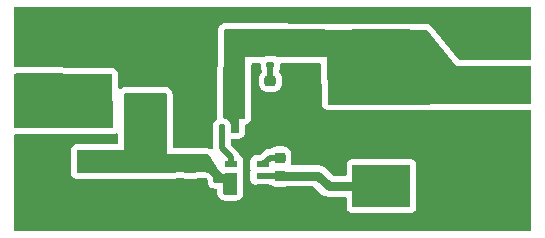
<source format=gbr>
%TF.GenerationSoftware,KiCad,Pcbnew,8.0.8*%
%TF.CreationDate,2025-06-16T12:41:12-07:00*%
%TF.ProjectId,lmr51635,6c6d7235-3136-4333-952e-6b696361645f,rev?*%
%TF.SameCoordinates,Original*%
%TF.FileFunction,Copper,L1,Top*%
%TF.FilePolarity,Positive*%
%FSLAX46Y46*%
G04 Gerber Fmt 4.6, Leading zero omitted, Abs format (unit mm)*
G04 Created by KiCad (PCBNEW 8.0.8) date 2025-06-16 12:41:12*
%MOMM*%
%LPD*%
G01*
G04 APERTURE LIST*
G04 Aperture macros list*
%AMRoundRect*
0 Rectangle with rounded corners*
0 $1 Rounding radius*
0 $2 $3 $4 $5 $6 $7 $8 $9 X,Y pos of 4 corners*
0 Add a 4 corners polygon primitive as box body*
4,1,4,$2,$3,$4,$5,$6,$7,$8,$9,$2,$3,0*
0 Add four circle primitives for the rounded corners*
1,1,$1+$1,$2,$3*
1,1,$1+$1,$4,$5*
1,1,$1+$1,$6,$7*
1,1,$1+$1,$8,$9*
0 Add four rect primitives between the rounded corners*
20,1,$1+$1,$2,$3,$4,$5,0*
20,1,$1+$1,$4,$5,$6,$7,0*
20,1,$1+$1,$6,$7,$8,$9,0*
20,1,$1+$1,$8,$9,$2,$3,0*%
G04 Aperture macros list end*
%TA.AperFunction,ComponentPad*%
%ADD10R,1.000000X1.000000*%
%TD*%
%TA.AperFunction,SMDPad,CuDef*%
%ADD11RoundRect,0.135000X-0.135000X-0.185000X0.135000X-0.185000X0.135000X0.185000X-0.135000X0.185000X0*%
%TD*%
%TA.AperFunction,SMDPad,CuDef*%
%ADD12RoundRect,0.250000X-0.650000X0.325000X-0.650000X-0.325000X0.650000X-0.325000X0.650000X0.325000X0*%
%TD*%
%TA.AperFunction,SMDPad,CuDef*%
%ADD13RoundRect,0.225000X-0.250000X0.225000X-0.250000X-0.225000X0.250000X-0.225000X0.250000X0.225000X0*%
%TD*%
%TA.AperFunction,SMDPad,CuDef*%
%ADD14R,1.100000X0.599999*%
%TD*%
%TA.AperFunction,SMDPad,CuDef*%
%ADD15RoundRect,0.250000X0.325000X0.650000X-0.325000X0.650000X-0.325000X-0.650000X0.325000X-0.650000X0*%
%TD*%
%TA.AperFunction,SMDPad,CuDef*%
%ADD16RoundRect,0.250000X1.000000X0.650000X-1.000000X0.650000X-1.000000X-0.650000X1.000000X-0.650000X0*%
%TD*%
%TA.AperFunction,ComponentPad*%
%ADD17C,0.700000*%
%TD*%
%TA.AperFunction,ComponentPad*%
%ADD18C,4.400000*%
%TD*%
%TA.AperFunction,SMDPad,CuDef*%
%ADD19RoundRect,0.218750X0.256250X-0.218750X0.256250X0.218750X-0.256250X0.218750X-0.256250X-0.218750X0*%
%TD*%
%TA.AperFunction,SMDPad,CuDef*%
%ADD20R,4.900000X3.550000*%
%TD*%
%TA.AperFunction,SMDPad,CuDef*%
%ADD21RoundRect,0.135000X-0.185000X0.135000X-0.185000X-0.135000X0.185000X-0.135000X0.185000X0.135000X0*%
%TD*%
%TA.AperFunction,SMDPad,CuDef*%
%ADD22RoundRect,0.135000X0.135000X0.185000X-0.135000X0.185000X-0.135000X-0.185000X0.135000X-0.185000X0*%
%TD*%
%TA.AperFunction,ViaPad*%
%ADD23C,0.600000*%
%TD*%
%TA.AperFunction,Conductor*%
%ADD24C,0.500000*%
%TD*%
%TA.AperFunction,Conductor*%
%ADD25C,0.200000*%
%TD*%
%TA.AperFunction,Conductor*%
%ADD26C,0.800000*%
%TD*%
G04 APERTURE END LIST*
D10*
%TO.P,,1,Pin_1*%
%TO.N,GND*%
X144880000Y-116490000D03*
%TD*%
D11*
%TO.P,R2,1*%
%TO.N,Net-(U2-FB)*%
X119270000Y-116000000D03*
%TO.P,R2,2*%
%TO.N,GND*%
X120290000Y-116000000D03*
%TD*%
D12*
%TO.P,C5,1*%
%TO.N,/vin_cap*%
X108150000Y-117925000D03*
%TO.P,C5,2*%
%TO.N,GND*%
X108150000Y-120875000D03*
%TD*%
D10*
%TO.P,,1,Pin_1*%
%TO.N,GND*%
X102260000Y-116410000D03*
%TD*%
D13*
%TO.P,C9,1*%
%TO.N,Net-(U2-CB)*%
X124200000Y-117275000D03*
%TO.P,C9,2*%
%TO.N,Net-(U2-SW)*%
X124200000Y-118825000D03*
%TD*%
D14*
%TO.P,U2,1,FB*%
%TO.N,Net-(U2-FB)*%
X120050013Y-117849999D03*
%TO.P,U2,2,EN*%
%TO.N,/vin_cap*%
X120050013Y-118800000D03*
%TO.P,U2,3,VIN*%
X120050013Y-119750001D03*
%TO.P,U2,4,GND*%
%TO.N,GND*%
X122749997Y-119750001D03*
%TO.P,U2,5,SW*%
%TO.N,Net-(U2-SW)*%
X122749997Y-118800000D03*
%TO.P,U2,6,CB*%
%TO.N,Net-(U2-CB)*%
X122749997Y-117849999D03*
%TD*%
D15*
%TO.P,C6,1*%
%TO.N,+10V*%
X120350000Y-112800000D03*
%TO.P,C6,2*%
%TO.N,GND*%
X117400000Y-112800000D03*
%TD*%
D16*
%TO.P,D1,1,K*%
%TO.N,/vin_cap*%
X112600000Y-113200000D03*
%TO.P,D1,2,A*%
%TO.N,VIN*%
X108600000Y-113200000D03*
%TD*%
D12*
%TO.P,C4,1*%
%TO.N,/vin_cap*%
X110800000Y-117925000D03*
%TO.P,C4,2*%
%TO.N,GND*%
X110800000Y-120875000D03*
%TD*%
D17*
%TO.P,H2,1,1*%
%TO.N,GND*%
X102350000Y-121000000D03*
X102833274Y-119833274D03*
X102833274Y-122166726D03*
X104000000Y-119350000D03*
D18*
X104000000Y-121000000D03*
D17*
X104000000Y-122650000D03*
X105166726Y-119833274D03*
X105166726Y-122166726D03*
X105650000Y-121000000D03*
%TD*%
D19*
%TO.P,D2,1,K*%
%TO.N,GND*%
X123400000Y-112375000D03*
%TO.P,D2,2,A*%
%TO.N,Net-(D2-A)*%
X123400000Y-110800000D03*
%TD*%
D15*
%TO.P,C8,1*%
%TO.N,+10V*%
X120350000Y-107600000D03*
%TO.P,C8,2*%
%TO.N,GND*%
X117400000Y-107600000D03*
%TD*%
D10*
%TO.P,,1,Pin_1*%
%TO.N,VIN*%
X102280000Y-111360000D03*
%TD*%
D15*
%TO.P,C7,1*%
%TO.N,+10V*%
X120350000Y-110200000D03*
%TO.P,C7,2*%
%TO.N,GND*%
X117400000Y-110200000D03*
%TD*%
D13*
%TO.P,C1,1*%
%TO.N,/vin_cap*%
X115750000Y-117925000D03*
%TO.P,C1,2*%
%TO.N,GND*%
X115750000Y-119475000D03*
%TD*%
D17*
%TO.P,H1,1,1*%
%TO.N,GND*%
X102350000Y-106850000D03*
X102833274Y-105683274D03*
X102833274Y-108016726D03*
X104000000Y-105200000D03*
D18*
X104000000Y-106850000D03*
D17*
X104000000Y-108500000D03*
X105166726Y-105683274D03*
X105166726Y-108016726D03*
X105650000Y-106850000D03*
%TD*%
D20*
%TO.P,L1,1,1*%
%TO.N,Net-(U2-SW)*%
X132800000Y-119700000D03*
%TO.P,L1,2,2*%
%TO.N,+10V*%
X132800000Y-108200000D03*
%TD*%
D13*
%TO.P,C2,1*%
%TO.N,/vin_cap*%
X117575000Y-117900000D03*
%TO.P,C2,2*%
%TO.N,GND*%
X117575000Y-119450000D03*
%TD*%
D21*
%TO.P,R3,1*%
%TO.N,+10V*%
X123400000Y-108380000D03*
%TO.P,R3,2*%
%TO.N,Net-(D2-A)*%
X123400000Y-109400000D03*
%TD*%
D10*
%TO.P,,1,Pin_1*%
%TO.N,+10V*%
X144900000Y-111480000D03*
%TD*%
D12*
%TO.P,C3,1*%
%TO.N,/vin_cap*%
X113350000Y-117925000D03*
%TO.P,C3,2*%
%TO.N,GND*%
X113350000Y-120875000D03*
%TD*%
D17*
%TO.P,H4,1,1*%
%TO.N,GND*%
X141350000Y-106800000D03*
X141833274Y-105633274D03*
X141833274Y-107966726D03*
X143000000Y-105150000D03*
D18*
X143000000Y-106800000D03*
D17*
X143000000Y-108450000D03*
X144166726Y-105633274D03*
X144166726Y-107966726D03*
X144650000Y-106800000D03*
%TD*%
D22*
%TO.P,R1,1*%
%TO.N,+10V*%
X120310000Y-114800000D03*
%TO.P,R1,2*%
%TO.N,Net-(U2-FB)*%
X119290000Y-114800000D03*
%TD*%
D17*
%TO.P,H3,1,1*%
%TO.N,GND*%
X141383274Y-121166726D03*
X141866548Y-120000000D03*
X141866548Y-122333452D03*
X143033274Y-119516726D03*
D18*
X143033274Y-121166726D03*
D17*
X143033274Y-122816726D03*
X144200000Y-120000000D03*
X144200000Y-122333452D03*
X144683274Y-121166726D03*
%TD*%
D23*
%TO.N,GND*%
X133450000Y-113970000D03*
X110330000Y-107250000D03*
X109480000Y-108980000D03*
X110330000Y-108140000D03*
X108570000Y-108960000D03*
X108570000Y-107230000D03*
X123620000Y-121330000D03*
X132510000Y-113990000D03*
X123620000Y-122220000D03*
X109480000Y-107250000D03*
X124470000Y-123060000D03*
X122710000Y-122200000D03*
X124470000Y-121330000D03*
X108570000Y-108120000D03*
X122710000Y-123040000D03*
X109480000Y-108140000D03*
X131500000Y-113990000D03*
X122710000Y-121310000D03*
X110330000Y-108980000D03*
X123620000Y-123060000D03*
X124470000Y-122220000D03*
%TD*%
D24*
%TO.N,Net-(U2-CB)*%
X122749997Y-117849999D02*
X123324996Y-117275000D01*
X123324996Y-117275000D02*
X124200000Y-117275000D01*
D25*
%TO.N,Net-(U2-SW)*%
X124150000Y-118800000D02*
X124160000Y-118810000D01*
D24*
X122749997Y-118800000D02*
X124150000Y-118800000D01*
D26*
X127460000Y-118810000D02*
X128350000Y-119700000D01*
X128350000Y-119700000D02*
X132800000Y-119700000D01*
X124160000Y-118810000D02*
X127460000Y-118810000D01*
D24*
%TO.N,Net-(D2-A)*%
X123400000Y-110800000D02*
X123400000Y-109400000D01*
%TO.N,Net-(U2-FB)*%
X120050013Y-117250013D02*
X120050013Y-117849999D01*
X119270000Y-116000000D02*
X119270000Y-114820000D01*
X119270000Y-116470000D02*
X120050013Y-117250013D01*
X119270000Y-116000000D02*
X119270000Y-116470000D01*
D25*
X119270000Y-114820000D02*
X119290000Y-114800000D01*
%TO.N,/vin_cap*%
X115775000Y-117900000D02*
X115750000Y-117925000D01*
%TD*%
%TA.AperFunction,Conductor*%
%TO.N,+10V*%
G36*
X136571210Y-106459794D02*
G01*
X136638178Y-106479712D01*
X136667051Y-106505647D01*
X139129998Y-109539999D01*
X139129999Y-109539998D01*
X139130000Y-109540000D01*
X142934955Y-109501806D01*
X142943610Y-109502024D01*
X143000000Y-109505436D01*
X143081787Y-109500488D01*
X143087959Y-109500271D01*
X145374258Y-109477322D01*
X145441489Y-109496332D01*
X145487772Y-109548674D01*
X145499500Y-109601315D01*
X145499500Y-112601281D01*
X145479815Y-112668320D01*
X145427011Y-112714075D01*
X145375896Y-112725280D01*
X128362544Y-112779608D01*
X128295442Y-112760138D01*
X128249519Y-112707480D01*
X128238162Y-112657469D01*
X128180000Y-108780000D01*
X124036940Y-108774004D01*
X123973998Y-108756736D01*
X123839393Y-108677131D01*
X123839388Y-108677129D01*
X123685208Y-108632335D01*
X123685202Y-108632334D01*
X123649181Y-108629500D01*
X123150830Y-108629500D01*
X123150808Y-108629501D01*
X123114794Y-108632335D01*
X122960611Y-108677129D01*
X122960606Y-108677131D01*
X122829113Y-108754896D01*
X122765813Y-108772164D01*
X121270000Y-108770000D01*
X121260237Y-113866238D01*
X121240424Y-113933239D01*
X121187532Y-113978893D01*
X121136237Y-113990000D01*
X120729999Y-113990000D01*
X120738500Y-115078182D01*
X120719340Y-115145374D01*
X120666895Y-115191540D01*
X120597816Y-115202023D01*
X120579911Y-115198228D01*
X120525205Y-115182335D01*
X120525202Y-115182334D01*
X120489188Y-115179500D01*
X120184347Y-115179500D01*
X120117308Y-115159815D01*
X120071553Y-115107011D01*
X120060639Y-115051616D01*
X120060500Y-115051616D01*
X120060499Y-115050908D01*
X120060443Y-115050619D01*
X120060497Y-115049214D01*
X120060500Y-115049181D01*
X120060499Y-114550820D01*
X120057665Y-114514796D01*
X120012869Y-114360607D01*
X119931135Y-114222402D01*
X119931133Y-114222400D01*
X119931130Y-114222396D01*
X119817603Y-114108869D01*
X119817595Y-114108863D01*
X119679393Y-114027131D01*
X119679388Y-114027129D01*
X119552775Y-113990345D01*
X119503496Y-113962598D01*
X119456191Y-113919155D01*
X119410639Y-113877321D01*
X119374578Y-113817477D01*
X119370519Y-113784825D01*
X119381126Y-112657469D01*
X119438840Y-106523261D01*
X119459155Y-106456411D01*
X119512387Y-106411155D01*
X119563266Y-106400430D01*
X136571210Y-106459794D01*
G37*
%TD.AperFunction*%
%TD*%
%TA.AperFunction,Conductor*%
%TO.N,GND*%
G36*
X122455681Y-109277214D02*
G01*
X122522690Y-109296996D01*
X122568369Y-109349866D01*
X122579500Y-109401213D01*
X122579500Y-109599169D01*
X122579501Y-109599191D01*
X122582335Y-109635205D01*
X122627129Y-109789388D01*
X122627131Y-109789393D01*
X122632232Y-109798018D01*
X122649500Y-109861139D01*
X122649500Y-110006966D01*
X122629815Y-110074005D01*
X122613181Y-110094647D01*
X122575719Y-110132108D01*
X122575716Y-110132112D01*
X122487455Y-110275204D01*
X122487451Y-110275213D01*
X122434564Y-110434815D01*
X122434564Y-110434816D01*
X122434563Y-110434816D01*
X122424500Y-110533318D01*
X122424500Y-111066681D01*
X122434563Y-111165183D01*
X122487450Y-111324784D01*
X122487455Y-111324795D01*
X122575716Y-111467887D01*
X122575719Y-111467891D01*
X122694608Y-111586780D01*
X122694612Y-111586783D01*
X122837704Y-111675044D01*
X122837707Y-111675045D01*
X122837713Y-111675049D01*
X122997315Y-111727936D01*
X123095826Y-111738000D01*
X123095831Y-111738000D01*
X123704169Y-111738000D01*
X123704174Y-111738000D01*
X123802685Y-111727936D01*
X123962287Y-111675049D01*
X124105391Y-111586781D01*
X124224281Y-111467891D01*
X124312549Y-111324787D01*
X124365436Y-111165185D01*
X124375500Y-111066674D01*
X124375500Y-110533326D01*
X124365436Y-110434815D01*
X124312549Y-110275213D01*
X124312545Y-110275207D01*
X124312544Y-110275204D01*
X124224283Y-110132112D01*
X124224280Y-110132108D01*
X124186819Y-110094647D01*
X124153334Y-110033324D01*
X124150500Y-110006966D01*
X124150500Y-109861139D01*
X124167768Y-109798018D01*
X124172869Y-109789393D01*
X124215750Y-109641795D01*
X124217664Y-109635208D01*
X124217664Y-109635206D01*
X124217665Y-109635204D01*
X124220500Y-109599181D01*
X124220499Y-109403947D01*
X124240183Y-109336909D01*
X124292987Y-109291154D01*
X124344674Y-109279948D01*
X127560037Y-109284602D01*
X127627047Y-109304384D01*
X127672726Y-109357254D01*
X127683843Y-109406742D01*
X127732718Y-112665047D01*
X127745212Y-112769404D01*
X127745215Y-112769422D01*
X127756568Y-112819419D01*
X127790372Y-112918938D01*
X127790373Y-112918940D01*
X127842486Y-112999464D01*
X127868544Y-113039728D01*
X127914467Y-113092386D01*
X127914471Y-113092390D01*
X128023510Y-113186264D01*
X128154578Y-113245615D01*
X128221680Y-113265085D01*
X128364158Y-113285105D01*
X128364165Y-113285104D01*
X128364166Y-113285105D01*
X145375104Y-113230785D01*
X145442206Y-113250255D01*
X145488129Y-113302913D01*
X145499500Y-113354784D01*
X145499500Y-123375500D01*
X145479815Y-123442539D01*
X145427011Y-123488294D01*
X145375500Y-123499500D01*
X101824500Y-123499500D01*
X101757461Y-123479815D01*
X101711706Y-123427011D01*
X101700500Y-123375500D01*
X101700500Y-115428055D01*
X101720185Y-115361016D01*
X101772989Y-115315261D01*
X101824371Y-115304055D01*
X103129824Y-115302702D01*
X109954479Y-115295630D01*
X110065949Y-115283068D01*
X110119286Y-115270950D01*
X110225254Y-115234107D01*
X110301655Y-115183106D01*
X110368341Y-115162258D01*
X110435713Y-115180772D01*
X110482380Y-115232771D01*
X110494500Y-115286239D01*
X110494500Y-115970500D01*
X110474815Y-116037539D01*
X110422011Y-116083294D01*
X110370500Y-116094500D01*
X107124000Y-116094500D01*
X107123991Y-116094500D01*
X107123990Y-116094501D01*
X107016549Y-116106052D01*
X107016537Y-116106054D01*
X106965027Y-116117260D01*
X106862502Y-116151383D01*
X106862496Y-116151386D01*
X106741462Y-116229171D01*
X106741451Y-116229179D01*
X106688659Y-116274923D01*
X106594433Y-116383664D01*
X106594430Y-116383668D01*
X106534664Y-116514534D01*
X106514976Y-116581582D01*
X106510902Y-116609919D01*
X106494500Y-116724000D01*
X106494500Y-118476000D01*
X106494501Y-118476009D01*
X106506052Y-118583450D01*
X106506054Y-118583462D01*
X106517260Y-118634972D01*
X106551383Y-118737497D01*
X106551386Y-118737503D01*
X106629171Y-118858537D01*
X106629179Y-118858548D01*
X106674923Y-118911340D01*
X106674926Y-118911343D01*
X106674930Y-118911347D01*
X106783664Y-119005567D01*
X106783667Y-119005568D01*
X106783668Y-119005569D01*
X106913971Y-119065078D01*
X106914541Y-119065338D01*
X106981580Y-119085023D01*
X106981584Y-119085024D01*
X107124000Y-119105500D01*
X107124003Y-119105500D01*
X115138071Y-119105500D01*
X115138073Y-119105500D01*
X115247489Y-119093516D01*
X115293694Y-119083272D01*
X115293693Y-119083271D01*
X115297361Y-119082458D01*
X115297431Y-119082443D01*
X115298654Y-119082172D01*
X115298655Y-119082173D01*
X115299672Y-119081948D01*
X115299678Y-119081945D01*
X115302869Y-119081240D01*
X115302977Y-119081213D01*
X115311215Y-119079386D01*
X115314738Y-119079623D01*
X115318026Y-119078534D01*
X115325967Y-119076344D01*
X115332874Y-119073615D01*
X115339272Y-119071494D01*
X115339307Y-119071484D01*
X115343492Y-119070096D01*
X115343497Y-119070096D01*
X115348508Y-119068435D01*
X115348507Y-119068434D01*
X115350305Y-119067838D01*
X115350306Y-119067839D01*
X115445501Y-119036293D01*
X115484505Y-119030000D01*
X116015494Y-119030000D01*
X116054497Y-119036294D01*
X116088119Y-119047435D01*
X116149694Y-119067839D01*
X116158608Y-119070793D01*
X116158684Y-119070817D01*
X116167154Y-119073624D01*
X116169213Y-119075050D01*
X116169822Y-119075185D01*
X116179676Y-119077902D01*
X116188791Y-119079390D01*
X116196906Y-119081189D01*
X116196907Y-119081189D01*
X116197571Y-119081336D01*
X116197599Y-119081343D01*
X116206307Y-119083272D01*
X116206307Y-119083273D01*
X116223054Y-119086985D01*
X116226565Y-119087818D01*
X116227322Y-119088010D01*
X116227326Y-119088010D01*
X116229474Y-119088554D01*
X116233024Y-119089196D01*
X116252513Y-119093517D01*
X116361927Y-119105500D01*
X116361929Y-119105500D01*
X116921141Y-119105500D01*
X116921146Y-119105500D01*
X117059070Y-119086320D01*
X117122101Y-119068444D01*
X117124157Y-119067861D01*
X117124158Y-119067860D01*
X117124167Y-119067858D01*
X117193093Y-119037527D01*
X117204028Y-119033321D01*
X117270502Y-119011294D01*
X117309505Y-119005000D01*
X117840493Y-119005000D01*
X117879502Y-119011296D01*
X117898559Y-119017612D01*
X117898577Y-119017616D01*
X117904846Y-119019693D01*
X117930950Y-119031865D01*
X117950046Y-119043644D01*
X117972628Y-119061500D01*
X117988499Y-119077371D01*
X118006357Y-119099956D01*
X118018136Y-119119053D01*
X118030302Y-119145143D01*
X118038704Y-119170497D01*
X118044999Y-119209503D01*
X118044999Y-119276000D01*
X118045000Y-119276009D01*
X118056551Y-119383450D01*
X118056553Y-119383462D01*
X118067759Y-119434972D01*
X118101882Y-119537497D01*
X118101885Y-119537503D01*
X118179670Y-119658537D01*
X118179678Y-119658548D01*
X118225422Y-119711340D01*
X118225425Y-119711343D01*
X118225429Y-119711347D01*
X118334163Y-119805567D01*
X118465040Y-119865338D01*
X118532079Y-119885023D01*
X118532083Y-119885024D01*
X118674499Y-119905500D01*
X118770500Y-119905500D01*
X118837539Y-119925185D01*
X118883294Y-119977989D01*
X118894500Y-120029500D01*
X118894500Y-120276000D01*
X118894501Y-120276009D01*
X118906052Y-120383450D01*
X118906054Y-120383462D01*
X118917260Y-120434972D01*
X118951383Y-120537497D01*
X118951386Y-120537503D01*
X119029171Y-120658537D01*
X119029179Y-120658548D01*
X119074923Y-120711340D01*
X119074926Y-120711343D01*
X119074930Y-120711347D01*
X119183664Y-120805567D01*
X119183667Y-120805568D01*
X119183668Y-120805569D01*
X119277925Y-120848616D01*
X119314541Y-120865338D01*
X119381580Y-120885023D01*
X119381584Y-120885024D01*
X119524000Y-120905500D01*
X119524003Y-120905500D01*
X120475990Y-120905500D01*
X120476000Y-120905500D01*
X120583456Y-120893947D01*
X120634967Y-120882741D01*
X120669197Y-120871347D01*
X120737497Y-120848616D01*
X120737501Y-120848613D01*
X120737504Y-120848613D01*
X120858543Y-120770825D01*
X120911347Y-120725070D01*
X121005567Y-120616336D01*
X121065338Y-120485459D01*
X121085023Y-120418420D01*
X121085024Y-120418416D01*
X121105500Y-120276000D01*
X121105500Y-118774498D01*
X121101223Y-118734720D01*
X121100512Y-118721464D01*
X121100512Y-118452129D01*
X121100511Y-118452123D01*
X121094104Y-118392517D01*
X121094102Y-118392511D01*
X121085084Y-118368332D01*
X121080099Y-118298641D01*
X121085079Y-118281676D01*
X121094104Y-118257482D01*
X121100513Y-118197872D01*
X121100512Y-117502127D01*
X121100512Y-117502126D01*
X121699497Y-117502126D01*
X121699497Y-117502133D01*
X121699497Y-117502134D01*
X121699497Y-118197869D01*
X121699498Y-118197875D01*
X121705905Y-118257480D01*
X121705906Y-118257482D01*
X121714924Y-118281662D01*
X121714926Y-118281665D01*
X121719910Y-118351357D01*
X121714926Y-118368331D01*
X121705907Y-118392511D01*
X121705907Y-118392514D01*
X121705906Y-118392517D01*
X121699497Y-118452127D01*
X121699497Y-118452134D01*
X121699497Y-118452135D01*
X121699497Y-119147870D01*
X121699498Y-119147876D01*
X121705905Y-119207483D01*
X121756199Y-119342328D01*
X121756203Y-119342335D01*
X121842449Y-119457544D01*
X121842452Y-119457547D01*
X121957661Y-119543793D01*
X121957668Y-119543797D01*
X122092514Y-119594091D01*
X122092513Y-119594091D01*
X122096290Y-119594497D01*
X122152124Y-119600500D01*
X123347869Y-119600499D01*
X123403698Y-119594497D01*
X123472456Y-119606903D01*
X123493865Y-119620523D01*
X123496948Y-119622960D01*
X123496956Y-119622968D01*
X123549727Y-119655517D01*
X123641294Y-119711998D01*
X123641297Y-119711999D01*
X123641303Y-119712003D01*
X123802292Y-119765349D01*
X123901655Y-119775500D01*
X124498344Y-119775499D01*
X124498352Y-119775498D01*
X124498355Y-119775498D01*
X124552760Y-119769940D01*
X124597708Y-119765349D01*
X124744239Y-119716794D01*
X124783243Y-119710500D01*
X127035638Y-119710500D01*
X127102677Y-119730185D01*
X127123319Y-119746819D01*
X127775958Y-120399459D01*
X127775961Y-120399461D01*
X127775964Y-120399464D01*
X127804328Y-120418416D01*
X127804329Y-120418417D01*
X127923446Y-120498009D01*
X127923448Y-120498010D01*
X127923453Y-120498013D01*
X128005393Y-120531953D01*
X128005394Y-120531953D01*
X128005395Y-120531954D01*
X128018794Y-120537504D01*
X128087334Y-120565895D01*
X128261303Y-120600499D01*
X128261307Y-120600500D01*
X128261308Y-120600500D01*
X128261309Y-120600500D01*
X129725501Y-120600500D01*
X129792540Y-120620185D01*
X129838295Y-120672989D01*
X129849501Y-120724500D01*
X129849501Y-121522876D01*
X129855908Y-121582483D01*
X129906202Y-121717328D01*
X129906206Y-121717335D01*
X129992452Y-121832544D01*
X129992455Y-121832547D01*
X130107664Y-121918793D01*
X130107671Y-121918797D01*
X130242517Y-121969091D01*
X130242516Y-121969091D01*
X130249444Y-121969835D01*
X130302127Y-121975500D01*
X135297872Y-121975499D01*
X135357483Y-121969091D01*
X135492331Y-121918796D01*
X135607546Y-121832546D01*
X135693796Y-121717331D01*
X135744091Y-121582483D01*
X135750500Y-121522873D01*
X135750499Y-117877128D01*
X135744091Y-117817517D01*
X135740801Y-117808697D01*
X135693797Y-117682671D01*
X135693793Y-117682664D01*
X135607547Y-117567455D01*
X135607544Y-117567452D01*
X135492335Y-117481206D01*
X135492328Y-117481202D01*
X135357482Y-117430908D01*
X135357483Y-117430908D01*
X135297883Y-117424501D01*
X135297881Y-117424500D01*
X135297873Y-117424500D01*
X135297864Y-117424500D01*
X130302129Y-117424500D01*
X130302123Y-117424501D01*
X130242516Y-117430908D01*
X130107671Y-117481202D01*
X130107664Y-117481206D01*
X129992455Y-117567452D01*
X129992452Y-117567455D01*
X129906206Y-117682664D01*
X129906202Y-117682671D01*
X129855908Y-117817517D01*
X129849501Y-117877116D01*
X129849501Y-117877123D01*
X129849500Y-117877135D01*
X129849500Y-118675500D01*
X129829815Y-118742539D01*
X129777011Y-118788294D01*
X129725500Y-118799500D01*
X128774362Y-118799500D01*
X128707323Y-118779815D01*
X128686681Y-118763181D01*
X128034039Y-118110538D01*
X128034038Y-118110537D01*
X128011122Y-118095226D01*
X127942994Y-118049704D01*
X127942992Y-118049703D01*
X127942992Y-118049702D01*
X127886544Y-118011985D01*
X127886542Y-118011984D01*
X127789216Y-117971671D01*
X127789215Y-117971671D01*
X127722666Y-117944105D01*
X127722658Y-117944103D01*
X127548696Y-117909500D01*
X127548692Y-117909500D01*
X127548691Y-117909500D01*
X125250320Y-117909500D01*
X125183281Y-117889815D01*
X125137526Y-117837011D01*
X125127582Y-117767853D01*
X125132614Y-117746496D01*
X125165349Y-117647708D01*
X125175500Y-117548345D01*
X125175499Y-117001656D01*
X125165349Y-116902292D01*
X125112003Y-116741303D01*
X125111999Y-116741297D01*
X125111998Y-116741294D01*
X125022970Y-116596959D01*
X125022967Y-116596955D01*
X124903044Y-116477032D01*
X124903040Y-116477029D01*
X124758705Y-116388001D01*
X124758699Y-116387998D01*
X124758697Y-116387997D01*
X124705894Y-116370500D01*
X124597709Y-116334651D01*
X124498346Y-116324500D01*
X123901662Y-116324500D01*
X123901644Y-116324501D01*
X123802292Y-116334650D01*
X123802289Y-116334651D01*
X123641305Y-116387996D01*
X123641294Y-116388001D01*
X123496959Y-116477029D01*
X123496955Y-116477032D01*
X123485807Y-116488181D01*
X123424484Y-116521666D01*
X123398126Y-116524500D01*
X123251076Y-116524500D01*
X123106088Y-116553340D01*
X123106078Y-116553343D01*
X122969507Y-116609912D01*
X122969494Y-116609919D01*
X122846580Y-116692048D01*
X122525446Y-117013181D01*
X122464123Y-117046665D01*
X122437765Y-117049499D01*
X122152127Y-117049499D01*
X122152120Y-117049500D01*
X122092513Y-117055907D01*
X121957668Y-117106201D01*
X121957661Y-117106205D01*
X121842452Y-117192451D01*
X121842449Y-117192454D01*
X121756203Y-117307663D01*
X121756199Y-117307670D01*
X121712625Y-117424501D01*
X121705906Y-117442516D01*
X121699497Y-117502126D01*
X121100512Y-117502126D01*
X121094104Y-117442516D01*
X121087384Y-117424500D01*
X121043810Y-117307670D01*
X121043806Y-117307663D01*
X120957560Y-117192454D01*
X120957557Y-117192451D01*
X120842347Y-117106204D01*
X120834564Y-117101955D01*
X120835685Y-117099901D01*
X120789915Y-117065635D01*
X120775062Y-117036288D01*
X120774002Y-117036728D01*
X120715099Y-116894522D01*
X120715098Y-116894520D01*
X120682199Y-116845283D01*
X120682198Y-116845281D01*
X120632969Y-116771602D01*
X120632965Y-116771597D01*
X120076818Y-116215450D01*
X120043333Y-116154127D01*
X120040499Y-116127769D01*
X120040499Y-115807421D01*
X120060184Y-115740382D01*
X120112988Y-115694627D01*
X120179910Y-115685004D01*
X120179933Y-115684684D01*
X120181406Y-115684789D01*
X120182144Y-115684683D01*
X120184347Y-115685000D01*
X120428921Y-115685000D01*
X120459086Y-115688725D01*
X120475098Y-115692742D01*
X120493003Y-115696537D01*
X120493018Y-115696539D01*
X120493020Y-115696540D01*
X120529776Y-115702923D01*
X120529778Y-115702923D01*
X120529783Y-115702924D01*
X120529785Y-115702923D01*
X120529786Y-115702924D01*
X120591444Y-115702442D01*
X120673659Y-115701801D01*
X120742738Y-115691318D01*
X120742741Y-115691318D01*
X120880473Y-115649705D01*
X121000901Y-115570974D01*
X121047111Y-115530296D01*
X121047531Y-115529974D01*
X121053291Y-115524855D01*
X121053346Y-115524808D01*
X121053349Y-115524806D01*
X121146717Y-115415335D01*
X121205462Y-115283993D01*
X121224622Y-115216801D01*
X121243985Y-115074233D01*
X121240135Y-114581476D01*
X121259295Y-114514286D01*
X121311740Y-114468120D01*
X121325126Y-114462802D01*
X121396643Y-114439114D01*
X121517831Y-114361558D01*
X121570723Y-114315904D01*
X121665152Y-114207348D01*
X121725174Y-114076585D01*
X121744987Y-114009584D01*
X121744987Y-114009583D01*
X121765736Y-113867206D01*
X121774293Y-109400168D01*
X121794106Y-109333169D01*
X121846998Y-109287515D01*
X121898470Y-109276408D01*
X122455681Y-109277214D01*
G37*
%TD.AperFunction*%
%TA.AperFunction,Conductor*%
G36*
X145442539Y-104520185D02*
G01*
X145488294Y-104572989D01*
X145499500Y-104624500D01*
X145499500Y-108848001D01*
X145479815Y-108915040D01*
X145427011Y-108960795D01*
X145373602Y-108970712D01*
X145373613Y-108971803D01*
X145369187Y-108971847D01*
X145369184Y-108971847D01*
X144258967Y-108982990D01*
X143082837Y-108994796D01*
X143070191Y-108995082D01*
X143064047Y-108995298D01*
X143051279Y-108995909D01*
X143007488Y-108998558D01*
X142992518Y-108998558D01*
X142974112Y-108997445D01*
X142956381Y-108996685D01*
X142952010Y-108996575D01*
X142947683Y-108996466D01*
X142947678Y-108996465D01*
X142947640Y-108996465D01*
X142929917Y-108996330D01*
X139428606Y-109031476D01*
X139361372Y-109012465D01*
X139331085Y-108985628D01*
X137059544Y-106187087D01*
X137059529Y-106187070D01*
X137004848Y-106129584D01*
X136975978Y-106103651D01*
X136912957Y-106055417D01*
X136912956Y-106055416D01*
X136782288Y-105995189D01*
X136716221Y-105975539D01*
X136715371Y-105975278D01*
X136715318Y-105975270D01*
X136572974Y-105954297D01*
X136572973Y-105954296D01*
X136572967Y-105954296D01*
X135431447Y-105950312D01*
X135388547Y-105942495D01*
X135357482Y-105930908D01*
X135357483Y-105930908D01*
X135297883Y-105924501D01*
X135297881Y-105924500D01*
X135297873Y-105924500D01*
X135297864Y-105924500D01*
X130302129Y-105924500D01*
X130302123Y-105924501D01*
X130237696Y-105931427D01*
X130224010Y-105932136D01*
X119565034Y-105894932D01*
X119459003Y-105905799D01*
X119418971Y-105914237D01*
X119408122Y-105916525D01*
X119408120Y-105916525D01*
X119408118Y-105916526D01*
X119408113Y-105916527D01*
X119306732Y-105949380D01*
X119306730Y-105949380D01*
X119306730Y-105949381D01*
X119184964Y-106026026D01*
X119131732Y-106071282D01*
X119131723Y-106071290D01*
X119036496Y-106179119D01*
X119036495Y-106179121D01*
X118975494Y-106309431D01*
X118955660Y-106374698D01*
X118955251Y-106375980D01*
X118955178Y-106376285D01*
X118933362Y-106518499D01*
X118875648Y-112652713D01*
X118865041Y-113780063D01*
X118868879Y-113847178D01*
X118872940Y-113879844D01*
X118878785Y-113910205D01*
X118884720Y-113941031D01*
X118878066Y-114010582D01*
X118834865Y-114065495D01*
X118826079Y-114071205D01*
X118762407Y-114108860D01*
X118762396Y-114108869D01*
X118648869Y-114222396D01*
X118648863Y-114222404D01*
X118567131Y-114360606D01*
X118567129Y-114360611D01*
X118522335Y-114514791D01*
X118522334Y-114514797D01*
X118519500Y-114550811D01*
X118519500Y-115638064D01*
X118514577Y-115672657D01*
X118502336Y-115714792D01*
X118502334Y-115714802D01*
X118499500Y-115750811D01*
X118499500Y-116249169D01*
X118499501Y-116249191D01*
X118502335Y-116285203D01*
X118514576Y-116327336D01*
X118519500Y-116361932D01*
X118519500Y-116424831D01*
X118499815Y-116491870D01*
X118447011Y-116537625D01*
X118377853Y-116547569D01*
X118343988Y-116537625D01*
X118337505Y-116534664D01*
X118337500Y-116534662D01*
X118337499Y-116534662D01*
X118270460Y-116514977D01*
X118270462Y-116514977D01*
X118270457Y-116514976D01*
X118222984Y-116508150D01*
X118128040Y-116494500D01*
X118128038Y-116494500D01*
X115229500Y-116494500D01*
X115162461Y-116474815D01*
X115116706Y-116422011D01*
X115105500Y-116370500D01*
X115105500Y-111924010D01*
X115105500Y-111924000D01*
X115093947Y-111816544D01*
X115082741Y-111765033D01*
X115082637Y-111764722D01*
X115048616Y-111662502D01*
X115048613Y-111662496D01*
X114970825Y-111541457D01*
X114970820Y-111541451D01*
X114925076Y-111488659D01*
X114925072Y-111488656D01*
X114925070Y-111488653D01*
X114816336Y-111394433D01*
X114816333Y-111394431D01*
X114816331Y-111394430D01*
X114685465Y-111334664D01*
X114685460Y-111334662D01*
X114685459Y-111334662D01*
X114618420Y-111314977D01*
X114618422Y-111314977D01*
X114618417Y-111314976D01*
X114556347Y-111306052D01*
X114476000Y-111294500D01*
X111124000Y-111294500D01*
X111123991Y-111294500D01*
X111123990Y-111294501D01*
X111016549Y-111306052D01*
X111016537Y-111306054D01*
X110965027Y-111317260D01*
X110862502Y-111351383D01*
X110862496Y-111351386D01*
X110741462Y-111429171D01*
X110741460Y-111429172D01*
X110730874Y-111438345D01*
X110667317Y-111467367D01*
X110598159Y-111457422D01*
X110545356Y-111411665D01*
X110525693Y-111346786D01*
X110507531Y-110302418D01*
X110495393Y-110200756D01*
X110484474Y-110151991D01*
X110452100Y-110054861D01*
X110374947Y-109933416D01*
X110374944Y-109933412D01*
X110374941Y-109933408D01*
X110329998Y-109880989D01*
X110329492Y-109880391D01*
X110221222Y-109785580D01*
X110090658Y-109725127D01*
X110090653Y-109725125D01*
X110090652Y-109725125D01*
X110023725Y-109705093D01*
X110023720Y-109705092D01*
X109881414Y-109683872D01*
X109881416Y-109683872D01*
X101824421Y-109641777D01*
X101824429Y-109640222D01*
X101762480Y-109625182D01*
X101714274Y-109574606D01*
X101700500Y-109517806D01*
X101700500Y-104624500D01*
X101720185Y-104557461D01*
X101772989Y-104511706D01*
X101824500Y-104500500D01*
X145375500Y-104500500D01*
X145442539Y-104520185D01*
G37*
%TD.AperFunction*%
%TD*%
%TA.AperFunction,Conductor*%
%TO.N,/vin_cap*%
G36*
X114543039Y-111819685D02*
G01*
X114588794Y-111872489D01*
X114600000Y-111924000D01*
X114600000Y-117000000D01*
X118128040Y-117000000D01*
X118195079Y-117019685D01*
X118235702Y-117062479D01*
X119000000Y-118400000D01*
X119000001Y-118400000D01*
X119000113Y-118400065D01*
X119066928Y-118419685D01*
X119099155Y-118449688D01*
X119142468Y-118507546D01*
X119257677Y-118593792D01*
X119257684Y-118593796D01*
X119392530Y-118644090D01*
X119392529Y-118644090D01*
X119399457Y-118644834D01*
X119452140Y-118650499D01*
X120476000Y-118650498D01*
X120543039Y-118670182D01*
X120588794Y-118722986D01*
X120600000Y-118774498D01*
X120600000Y-120276000D01*
X120580315Y-120343039D01*
X120527511Y-120388794D01*
X120476000Y-120400000D01*
X119524000Y-120400000D01*
X119456961Y-120380315D01*
X119411206Y-120327511D01*
X119400000Y-120276000D01*
X119400000Y-119400000D01*
X118674499Y-119400000D01*
X118607460Y-119380315D01*
X118561705Y-119327511D01*
X118550499Y-119276000D01*
X118550499Y-119176662D01*
X118550498Y-119176644D01*
X118540349Y-119077292D01*
X118540348Y-119077289D01*
X118492739Y-118933614D01*
X118487003Y-118916303D01*
X118486999Y-118916297D01*
X118486998Y-118916294D01*
X118397970Y-118771959D01*
X118397967Y-118771955D01*
X118278044Y-118652032D01*
X118278040Y-118652029D01*
X118133705Y-118563001D01*
X118133699Y-118562998D01*
X118133697Y-118562997D01*
X118048151Y-118534650D01*
X117972709Y-118509651D01*
X117873346Y-118499500D01*
X117276662Y-118499500D01*
X117276644Y-118499501D01*
X117177292Y-118509650D01*
X117177289Y-118509651D01*
X117016305Y-118562996D01*
X117016294Y-118563001D01*
X116986243Y-118581538D01*
X116921146Y-118600000D01*
X116361927Y-118600000D01*
X116315721Y-118589756D01*
X116315552Y-118590269D01*
X116310540Y-118588608D01*
X116309524Y-118588383D01*
X116308697Y-118587997D01*
X116147709Y-118534651D01*
X116048346Y-118524500D01*
X115451662Y-118524500D01*
X115451644Y-118524501D01*
X115352292Y-118534650D01*
X115352289Y-118534651D01*
X115191302Y-118587997D01*
X115190476Y-118588383D01*
X115189459Y-118588608D01*
X115184448Y-118590269D01*
X115184278Y-118589756D01*
X115138073Y-118600000D01*
X107124000Y-118600000D01*
X107056961Y-118580315D01*
X107011206Y-118527511D01*
X107000000Y-118476000D01*
X107000000Y-116724000D01*
X107019685Y-116656961D01*
X107072489Y-116611206D01*
X107124000Y-116600000D01*
X111000000Y-116600000D01*
X111000000Y-111924000D01*
X111019685Y-111856961D01*
X111072489Y-111811206D01*
X111124000Y-111800000D01*
X114476000Y-111800000D01*
X114543039Y-111819685D01*
G37*
%TD.AperFunction*%
%TD*%
%TA.AperFunction,Conductor*%
%TO.N,VIN*%
G36*
X109878776Y-110189366D02*
G01*
X109945710Y-110209400D01*
X109991188Y-110262443D01*
X110002107Y-110311208D01*
X110077808Y-114663974D01*
X110059292Y-114731345D01*
X110007292Y-114778012D01*
X109953955Y-114790130D01*
X101824628Y-114798554D01*
X101757569Y-114778939D01*
X101711759Y-114726182D01*
X101700500Y-114674554D01*
X101700500Y-110271285D01*
X101720185Y-110204246D01*
X101772989Y-110158491D01*
X101825142Y-110147288D01*
X109878776Y-110189366D01*
G37*
%TD.AperFunction*%
%TD*%
M02*

</source>
